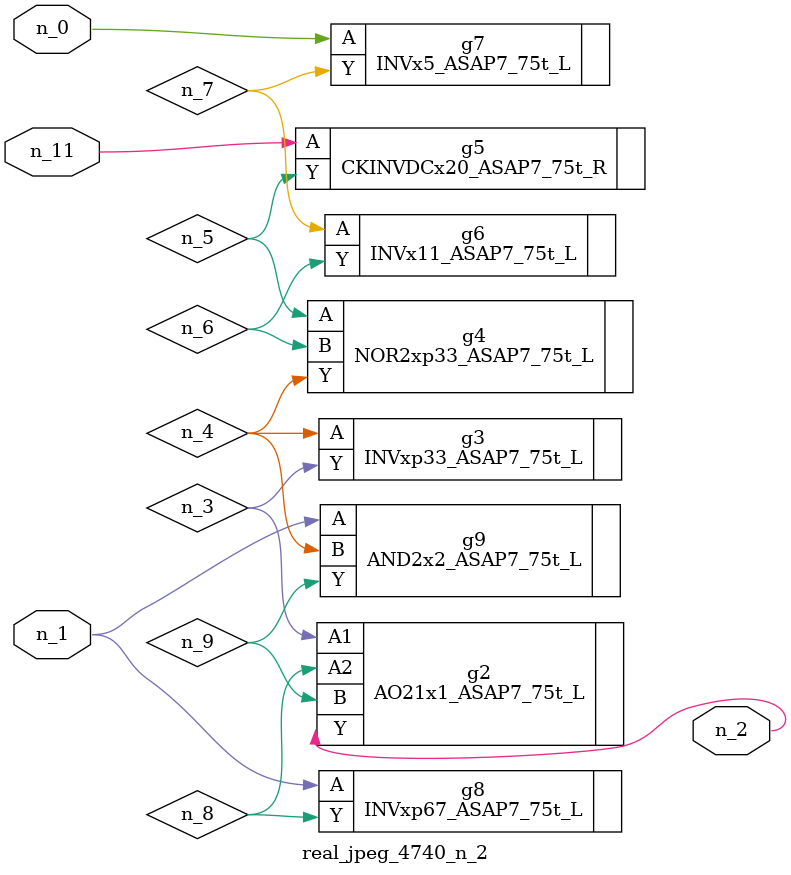
<source format=v>
module real_jpeg_4740_n_2 (n_1, n_11, n_0, n_2);

input n_1;
input n_11;
input n_0;

output n_2;

wire n_5;
wire n_8;
wire n_4;
wire n_6;
wire n_7;
wire n_3;
wire n_9;

INVx5_ASAP7_75t_L g7 ( 
.A(n_0),
.Y(n_7)
);

INVxp67_ASAP7_75t_L g8 ( 
.A(n_1),
.Y(n_8)
);

AND2x2_ASAP7_75t_L g9 ( 
.A(n_1),
.B(n_4),
.Y(n_9)
);

AO21x1_ASAP7_75t_L g2 ( 
.A1(n_3),
.A2(n_8),
.B(n_9),
.Y(n_2)
);

INVxp33_ASAP7_75t_L g3 ( 
.A(n_4),
.Y(n_3)
);

NOR2xp33_ASAP7_75t_L g4 ( 
.A(n_5),
.B(n_6),
.Y(n_4)
);

INVx11_ASAP7_75t_L g6 ( 
.A(n_7),
.Y(n_6)
);

CKINVDCx20_ASAP7_75t_R g5 ( 
.A(n_11),
.Y(n_5)
);


endmodule
</source>
